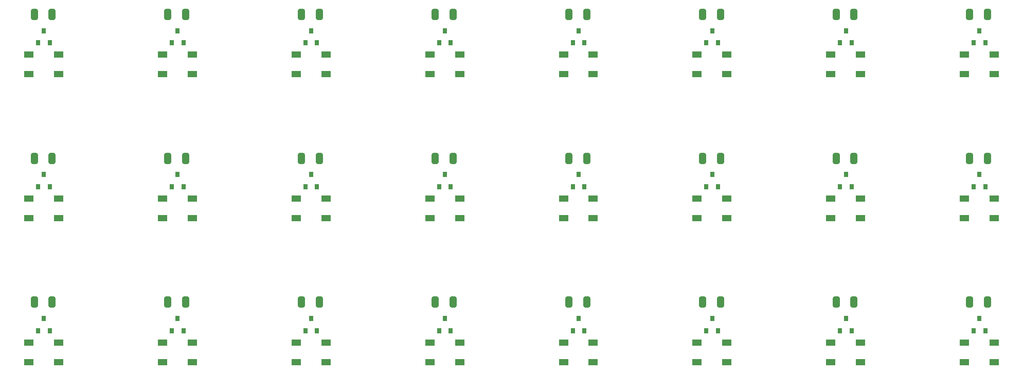
<source format=gbr>
%TF.GenerationSoftware,KiCad,Pcbnew,(6.0.7-1)-1*%
%TF.CreationDate,2022-12-02T15:50:44+01:00*%
%TF.ProjectId,3x8,3378382e-6b69-4636-9164-5f7063625858,rev?*%
%TF.SameCoordinates,Original*%
%TF.FileFunction,Paste,Top*%
%TF.FilePolarity,Positive*%
%FSLAX46Y46*%
G04 Gerber Fmt 4.6, Leading zero omitted, Abs format (unit mm)*
G04 Created by KiCad (PCBNEW (6.0.7-1)-1) date 2022-12-02 15:50:44*
%MOMM*%
%LPD*%
G01*
G04 APERTURE LIST*
G04 Aperture macros list*
%AMRoundRect*
0 Rectangle with rounded corners*
0 $1 Rounding radius*
0 $2 $3 $4 $5 $6 $7 $8 $9 X,Y pos of 4 corners*
0 Add a 4 corners polygon primitive as box body*
4,1,4,$2,$3,$4,$5,$6,$7,$8,$9,$2,$3,0*
0 Add four circle primitives for the rounded corners*
1,1,$1+$1,$2,$3*
1,1,$1+$1,$4,$5*
1,1,$1+$1,$6,$7*
1,1,$1+$1,$8,$9*
0 Add four rect primitives between the rounded corners*
20,1,$1+$1,$2,$3,$4,$5,0*
20,1,$1+$1,$4,$5,$6,$7,0*
20,1,$1+$1,$6,$7,$8,$9,0*
20,1,$1+$1,$8,$9,$2,$3,0*%
G04 Aperture macros list end*
%ADD10R,1.500000X1.000000*%
%ADD11R,0.800000X0.900000*%
%ADD12RoundRect,0.250000X0.325000X0.650000X-0.325000X0.650000X-0.325000X-0.650000X0.325000X-0.650000X0*%
%ADD13RoundRect,0.250000X-0.325000X-0.650000X0.325000X-0.650000X0.325000X0.650000X-0.325000X0.650000X0*%
G04 APERTURE END LIST*
D10*
%TO.C,D1*%
X25526201Y-44296401D03*
X25526201Y-47496401D03*
X30426201Y-47496401D03*
X30426201Y-44296401D03*
%TD*%
%TO.C,D2*%
X47526201Y-44296401D03*
X47526201Y-47496401D03*
X52426201Y-47496401D03*
X52426201Y-44296401D03*
%TD*%
%TO.C,D3*%
X69526201Y-44296401D03*
X69526201Y-47496401D03*
X74426201Y-47496401D03*
X74426201Y-44296401D03*
%TD*%
%TO.C,D4*%
X91526201Y-44296401D03*
X91526201Y-47496401D03*
X96426201Y-47496401D03*
X96426201Y-44296401D03*
%TD*%
%TO.C,D5*%
X113526201Y-44296401D03*
X113526201Y-47496401D03*
X118426201Y-47496401D03*
X118426201Y-44296401D03*
%TD*%
%TO.C,D6*%
X135526201Y-44296401D03*
X135526201Y-47496401D03*
X140426201Y-47496401D03*
X140426201Y-44296401D03*
%TD*%
%TO.C,D7*%
X157526201Y-44296401D03*
X157526201Y-47496401D03*
X162426201Y-47496401D03*
X162426201Y-44296401D03*
%TD*%
%TO.C,D8*%
X179526201Y-44296401D03*
X179526201Y-47496401D03*
X184426201Y-47496401D03*
X184426201Y-44296401D03*
%TD*%
%TO.C,D9*%
X30426201Y-71196401D03*
X30426201Y-67996401D03*
X25526201Y-67996401D03*
X25526201Y-71196401D03*
%TD*%
%TO.C,D10*%
X52426201Y-71196401D03*
X52426201Y-67996401D03*
X47526201Y-67996401D03*
X47526201Y-71196401D03*
%TD*%
%TO.C,D11*%
X74426201Y-71196401D03*
X74426201Y-67996401D03*
X69526201Y-67996401D03*
X69526201Y-71196401D03*
%TD*%
%TO.C,D12*%
X96426201Y-71196401D03*
X96426201Y-67996401D03*
X91526201Y-67996401D03*
X91526201Y-71196401D03*
%TD*%
%TO.C,D13*%
X118426201Y-71196401D03*
X118426201Y-67996401D03*
X113526201Y-67996401D03*
X113526201Y-71196401D03*
%TD*%
%TO.C,D14*%
X140426201Y-71196401D03*
X140426201Y-67996401D03*
X135526201Y-67996401D03*
X135526201Y-71196401D03*
%TD*%
%TO.C,D15*%
X162426201Y-71196401D03*
X162426201Y-67996401D03*
X157526201Y-67996401D03*
X157526201Y-71196401D03*
%TD*%
%TO.C,D16*%
X184426201Y-71196401D03*
X184426201Y-67996401D03*
X179526201Y-67996401D03*
X179526201Y-71196401D03*
%TD*%
%TO.C,D17*%
X25526201Y-91696401D03*
X25526201Y-94896401D03*
X30426201Y-94896401D03*
X30426201Y-91696401D03*
%TD*%
%TO.C,D18*%
X47526201Y-91696401D03*
X47526201Y-94896401D03*
X52426201Y-94896401D03*
X52426201Y-91696401D03*
%TD*%
%TO.C,D19*%
X69526201Y-91696401D03*
X69526201Y-94896401D03*
X74426201Y-94896401D03*
X74426201Y-91696401D03*
%TD*%
%TO.C,D20*%
X91526201Y-91696401D03*
X91526201Y-94896401D03*
X96426201Y-94896401D03*
X96426201Y-91696401D03*
%TD*%
%TO.C,D21*%
X113526201Y-91696401D03*
X113526201Y-94896401D03*
X118426201Y-94896401D03*
X118426201Y-91696401D03*
%TD*%
%TO.C,D22*%
X135526201Y-91696401D03*
X135526201Y-94896401D03*
X140426201Y-94896401D03*
X140426201Y-91696401D03*
%TD*%
%TO.C,D23*%
X157526201Y-91696401D03*
X157526201Y-94896401D03*
X162426201Y-94896401D03*
X162426201Y-91696401D03*
%TD*%
%TO.C,D24*%
X179526201Y-91696401D03*
X179526201Y-94896401D03*
X184426201Y-94896401D03*
X184426201Y-91696401D03*
%TD*%
D11*
%TO.C,U1*%
X27050000Y-42350000D03*
X28950000Y-42350000D03*
X28000000Y-40350000D03*
%TD*%
%TO.C,U2*%
X49050000Y-42350000D03*
X50950000Y-42350000D03*
X50000000Y-40350000D03*
%TD*%
%TO.C,U3*%
X71050000Y-42350000D03*
X72950000Y-42350000D03*
X72000000Y-40350000D03*
%TD*%
%TO.C,U4*%
X93050000Y-42350000D03*
X94950000Y-42350000D03*
X94000000Y-40350000D03*
%TD*%
%TO.C,U5*%
X115050000Y-42350000D03*
X116950000Y-42350000D03*
X116000000Y-40350000D03*
%TD*%
%TO.C,U6*%
X137050000Y-42350000D03*
X138950000Y-42350000D03*
X138000000Y-40350000D03*
%TD*%
%TO.C,U7*%
X159050000Y-42350000D03*
X160950000Y-42350000D03*
X160000000Y-40350000D03*
%TD*%
%TO.C,U8*%
X181050000Y-42350000D03*
X182950000Y-42350000D03*
X182000000Y-40350000D03*
%TD*%
%TO.C,U9*%
X27050000Y-66050000D03*
X28950000Y-66050000D03*
X28000000Y-64050000D03*
%TD*%
%TO.C,U10*%
X49050000Y-66050000D03*
X50950000Y-66050000D03*
X50000000Y-64050000D03*
%TD*%
%TO.C,U11*%
X71050000Y-66050000D03*
X72950000Y-66050000D03*
X72000000Y-64050000D03*
%TD*%
%TO.C,U12*%
X93050000Y-66050000D03*
X94950000Y-66050000D03*
X94000000Y-64050000D03*
%TD*%
%TO.C,U13*%
X115050000Y-66050000D03*
X116950000Y-66050000D03*
X116000000Y-64050000D03*
%TD*%
%TO.C,U14*%
X137050000Y-66050000D03*
X138950000Y-66050000D03*
X138000000Y-64050000D03*
%TD*%
%TO.C,U15*%
X159050000Y-66050000D03*
X160950000Y-66050000D03*
X160000000Y-64050000D03*
%TD*%
%TO.C,U16*%
X181050000Y-66050000D03*
X182950000Y-66050000D03*
X182000000Y-64050000D03*
%TD*%
%TO.C,U17*%
X27050000Y-89750000D03*
X28950000Y-89750000D03*
X28000000Y-87750000D03*
%TD*%
%TO.C,U18*%
X49050000Y-89750000D03*
X50950000Y-89750000D03*
X50000000Y-87750000D03*
%TD*%
%TO.C,U19*%
X71050000Y-89750000D03*
X72950000Y-89750000D03*
X72000000Y-87750000D03*
%TD*%
%TO.C,U20*%
X93050000Y-89750000D03*
X94950000Y-89750000D03*
X94000000Y-87750000D03*
%TD*%
%TO.C,U21*%
X115050000Y-89750000D03*
X116950000Y-89750000D03*
X116000000Y-87750000D03*
%TD*%
%TO.C,U22*%
X137050000Y-89750000D03*
X138950000Y-89750000D03*
X138000000Y-87750000D03*
%TD*%
%TO.C,U23*%
X159050000Y-89750000D03*
X160950000Y-89750000D03*
X160000000Y-87750000D03*
%TD*%
%TO.C,U24*%
X181050000Y-89750000D03*
X182950000Y-89750000D03*
X182000000Y-87750000D03*
%TD*%
D12*
%TO.C,C1*%
X29351800Y-37650000D03*
X26401800Y-37650000D03*
%TD*%
%TO.C,C5*%
X117351800Y-37650000D03*
X114401800Y-37650000D03*
%TD*%
%TO.C,C6*%
X139351800Y-37650000D03*
X136401800Y-37650000D03*
%TD*%
%TO.C,C22*%
X139351800Y-85050000D03*
X136401800Y-85050000D03*
%TD*%
%TO.C,C19*%
X73351800Y-85050000D03*
X70401800Y-85050000D03*
%TD*%
%TO.C,C20*%
X95351800Y-85050000D03*
X92401800Y-85050000D03*
%TD*%
%TO.C,C18*%
X51351800Y-85050000D03*
X48401800Y-85050000D03*
%TD*%
%TO.C,C24*%
X183351800Y-85050000D03*
X180401800Y-85050000D03*
%TD*%
%TO.C,C17*%
X29351800Y-85050000D03*
X26401800Y-85050000D03*
%TD*%
%TO.C,C7*%
X161351800Y-37650000D03*
X158401800Y-37650000D03*
%TD*%
D13*
%TO.C,C9*%
X26401800Y-61350000D03*
X29351800Y-61350000D03*
%TD*%
%TO.C,C14*%
X136401800Y-61350000D03*
X139351800Y-61350000D03*
%TD*%
D12*
%TO.C,C3*%
X73351800Y-37650000D03*
X70401800Y-37650000D03*
%TD*%
%TO.C,C23*%
X161351800Y-85050000D03*
X158401800Y-85050000D03*
%TD*%
D13*
%TO.C,C15*%
X158401800Y-61350000D03*
X161351800Y-61350000D03*
%TD*%
D12*
%TO.C,C4*%
X95351800Y-37650000D03*
X92401800Y-37650000D03*
%TD*%
D13*
%TO.C,C10*%
X48401800Y-61350000D03*
X51351800Y-61350000D03*
%TD*%
D12*
%TO.C,C8*%
X183351800Y-37650000D03*
X180401800Y-37650000D03*
%TD*%
D13*
%TO.C,C16*%
X180401800Y-61350000D03*
X183351800Y-61350000D03*
%TD*%
%TO.C,C13*%
X114401800Y-61350000D03*
X117351800Y-61350000D03*
%TD*%
D12*
%TO.C,C2*%
X51351800Y-37650000D03*
X48401800Y-37650000D03*
%TD*%
D13*
%TO.C,C11*%
X70401800Y-61350000D03*
X73351800Y-61350000D03*
%TD*%
%TO.C,C12*%
X92401800Y-61350000D03*
X95351800Y-61350000D03*
%TD*%
D12*
%TO.C,C21*%
X117351800Y-85050000D03*
X114401800Y-85050000D03*
%TD*%
M02*

</source>
